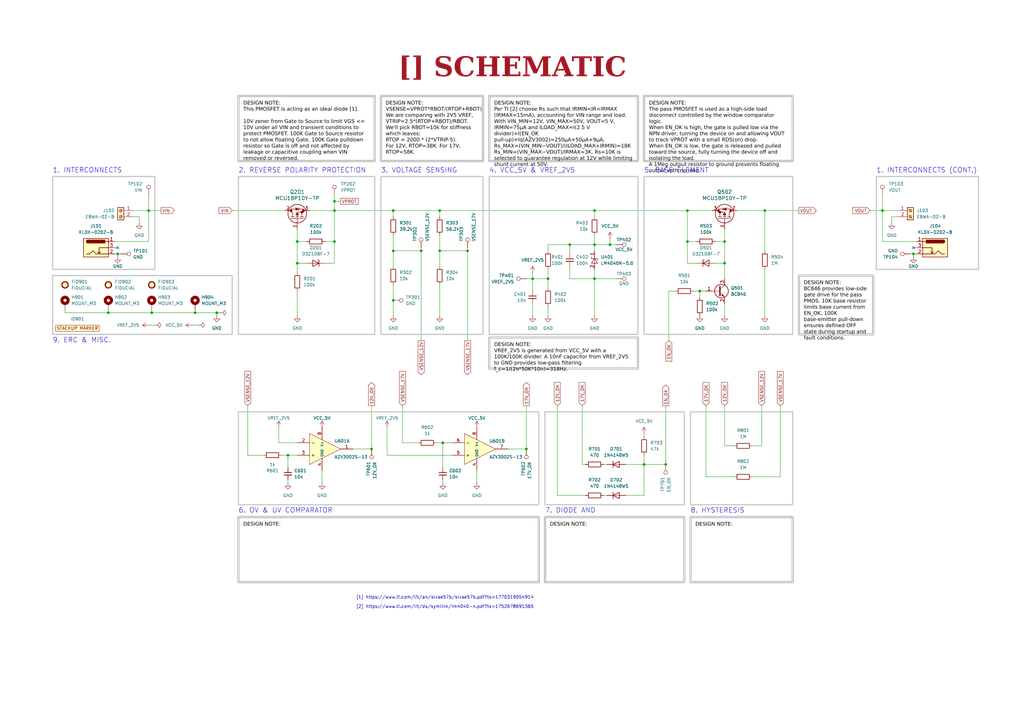
<source format=kicad_sch>
(kicad_sch (version 20250114) (generator "eeschema") (generator_version "9.0")
  (paper "A3")
  (title_block (title "SCHEMATIC") (date "2025-01-12") (rev "${REVISION}") (company "${COMPANY}"))
  (rectangle (start 223.52 168.91) (end 280.67 207.01) (stroke (width 0.5) (color 200 200 200 1)))
  (rectangle (start 97.79 72.39) (end 153.67 137.16) (stroke (width 0.5) (color 200 200 200 1)))
  (rectangle (start 283.21 168.91) (end 325.12 207.01) (stroke (width 0.5) (color 200 200 200 1)))
  (rectangle (start 264.16 72.39) (end 325.12 137.16) (stroke (width 0.5) (color 200 200 200 1)))
  (rectangle (start 359.41 72.39) (end 401.32 110.49) (stroke (width 0.5) (color 200 200 200 1)))
  (rectangle (start 200.66 72.39) (end 261.62 137.16) (stroke (width 0.5) (color 200 200 200 1)))
  (rectangle (start 21.59 72.39) (end 63.5 110.49) (stroke (width 0.5) (color 200 200 200 1)))
  (rectangle (start 21.59 113.03) (end 95.25 137.16) (stroke (width 0.5) (color 200 200 200 1)))
  (rectangle (start 156.21 72.39) (end 198.12 137.16) (stroke (width 0.5) (color 200 200 200 1)))
  (rectangle (start 97.79 168.91) (end 220.98 207.01) (stroke (width 0.5) (color 200 200 200 1)))
  (text "[2] https://www.ti.com/lit/ds/symlink/lm4040-n.pdf?ts=1752678691365" (at 146.05 248.92 0) (effects (font (size 1.27 1.27)) (justify left)))
  (text "1. INTERCONNECTS (CONT.)" (at 359.41 71.12 0) (effects (font (size 2 2)) (justify left bottom)))
  (text "[1] https://www.ti.com/lit/an/slvae57b/slvae57b.pdf?ts=1770319054914" (at 146.05 245.11 0) (effects (font (size 1.27 1.27)) (justify left)))
  (text "6. OV & UV COMPARATOR" (at 97.79 208.28 0) (effects (font (size 2 2)) (justify left top)))
  (text "9. ERC & MISC." (at 21.59 138.43 0) (effects (font (size 2 2)) (justify left top)))
  (text "3. VOLTAGE SENSING" (at 156.21 71.12 0) (effects (font (size 2 2)) (justify left bottom)))
  (text "1. INTERCONNECTS" (at 21.59 71.12 0) (effects (font (size 2 2)) (justify left bottom)))
  (text "7. DIODE AND" (at 223.52 208.28 0) (effects (font (size 2 2)) (justify left top)))
  (text "4. VCC_5V & VREF_2V5" (at 200.66 71.12 0) (effects (font (size 2 2)) (justify left bottom)))
  (text "8. HYSTERESIS" (at 283.21 208.28 0) (effects (font (size 2 2)) (justify left top)))
  (text "5. PASS ELEMENT" (at 264.16 71.12 0) (effects (font (size 2 2)) (justify left bottom)))
  (text "" (at 200.66 71.12 0) (effects (font (size 2 2)) (justify left bottom)))
  (text "2. REVERSE POLARITY PROTECTION" (at 97.79 71.12 0) (effects (font (size 2 2)) (justify left bottom)))
  (text_box "DESIGN NOTE:\n" (at 283.21 212.09 0) (size 41.91 26.67) (margins 2 2 2 2) (stroke (width 1) (color 200 200 200 1)) (effects (font (size 1.5 1.5)) (justify left top)))
  (text_box "DESIGN NOTE:\nVSENSE=VPROT*RBOT/(RTOP+RBOT)\nWe are comparing with 2V5 VREF, VTRIP=2.5*(RTOP+RBOT)/RBOT.\nWe'll pick RBOT=10k for stiffness which leaves:\nRTOP = 2000 * (2*VTRIP-5).\nFor 12V, RTOP=38K. For 17V, RTOP=58K." (at 156.21 39.37 0) (size 41.91 26.67) (margins 2 2 2 2) (stroke (width 1) (color 200 200 200 1)) (effects (font (size 1.5 1.5)) (justify left top)))
  (text_box "DESIGN NOTE:\nBC846 provides low-side gate drive for the pass PMOS. 10K base resistor limits base current from EN_OK, 100K base-emitter pull-down ensures defined OFF state during startup and fault conditions." (at 327.66 113.03 0) (size 30.48 24.13) (margins 2 2 2 2) (stroke (width 1) (color 200 200 200 1)) (effects (font (size 1.5 1.5)) (justify left top)))
  (text_box "DESIGN NOTE:\n" (at 97.79 212.09 0) (size 123.19 26.67) (margins 2 2 2 2) (stroke (width 1) (color 200 200 200 1)) (effects (font (size 1.5 1.5)) (justify left top)))
  (text_box "DESIGN NOTE:\nThis PMOSFET is acting as an ideal diode [1].\n\n10V zener from Gate to Source to limit VGS <= 10V under all VIN and transient conditions to protect PMOSFET. 100K Gate to Source resistor to not allow floating Gate. 100K Gate pulldown resistor so Gate is off and not affected by leakage or capacitive coupling when VIN removed or reversed." (at 97.79 39.37 0) (size 55.88 26.67) (margins 2 2 2 2) (stroke (width 1) (color 200 200 200 1)) (effects (font (size 1.5 1.5)) (justify left top)))
  (text_box "DESIGN NOTE:\nVREF_2V5 is generated from VCC_5V with a 100K/100K divider. A 10nF capacitor from VREF_2V5 to GND provides low-pass filtering f_c=1/(2π*50K*10n)=318Hz." (at 200.66 138.43 0) (size 60.96 12.7) (margins 2 2 2 2) (stroke (width 1) (color 200 200 200 1)) (effects (font (size 1.5 1.5)) (justify left top)))
  (text_box "DESIGN NOTE:\nThe pass PMOSFET is used as a high-side load disconnect controlled by the window comparator logic. \nWhen EN_OK is high, the gate is pulled low via the NPN driver, turning the device on and allowing VOUT to track VPROT with a small RDS(on) drop. \nWhen EN_OK is low, the gate is released and pulled toward the source, fully turning the device off and isolating the load.\nA 1Meg output resistor to ground prevents floating output with no load." (at 264.16 39.37 0) (size 60.96 26.67) (margins 2 2 2 2) (stroke (width 1) (color 200 200 200 1)) (effects (font (size 1.5 1.5)) (justify left top)))
  (text_box "DESIGN NOTE:\n" (at 223.52 212.09 0) (size 57.15 26.67) (margins 2 2 2 2) (stroke (width 1) (color 200 200 200 1)) (effects (font (size 1.5 1.5)) (justify left top)))
  (text_box "DESIGN NOTE:\nPer TI [2] choose Rs such that IRMIN<IR<IRMAX (IRMAX=15mA), accounting for VIN range and load.\nWith VIN_MIN=12V, VIN_MAX=50V, VOUT=5 V, IRMIN=75µA and ILOAD_MAX≈I(2.5 V divider)+I(EN_OK pull-up)+Iq(AZV3002)≈250µA+50µA+9µA,\nRs_MAX=(VIN_MIN−VOUT)/(ILOAD_MAX+IRMIN)≈18K\nRs_MIN=(VIN_MAX−VOUT)/IRMAX≈3K. Rs=10K is selected to guarantee regulation at 12V while limiting shunt current at 50V." (at 200.66 39.37 0) (size 60.96 26.67) (margins 2 2 2 2) (stroke (width 1) (color 200 200 200 1)) (effects (font (size 1.5 1.5)) (justify left top)))
  (text_box "[${#}] ${TITLE}" (at 144.78 21.59 0) (size 130.81 12.7) (margins 5.9999 5.9999 5.9999 5.9999) (stroke (width -0.0001)) (effects (font (size 8 8) (thickness 1.2) (bold yes))))
  (junction (at 118.11 186.69))
  (junction (at 161.29 123.19))
  (junction (at 181.61 181.61))
  (junction (at 137.16 86.36))
  (junction (at 215.9 184.15))
  (junction (at 191.77 102.87))
  (junction (at 297.18 107.95))
  (junction (at 313.69 86.36))
  (junction (at 233.68 100.33))
  (junction (at 161.29 86.36))
  (junction (at 180.34 86.36))
  (junction (at 180.34 102.87))
  (junction (at 48.26 104.14))
  (junction (at 62.23 128.27))
  (junction (at 137.16 99.06))
  (junction (at 264.16 190.5))
  (junction (at 88.9 128.27))
  (junction (at 374.65 104.14))
  (junction (at 172.72 102.87))
  (junction (at 243.84 100.33))
  (junction (at 250.19 100.33))
  (junction (at 287.02 119.38))
  (junction (at 273.05 190.5))
  (junction (at 281.94 86.36))
  (junction (at 44.45 128.27))
  (junction (at 121.92 107.95))
  (junction (at 243.84 114.3))
  (junction (at 218.44 114.3))
  (junction (at 60.96 86.36))
  (junction (at 137.16 82.55))
  (junction (at 161.29 102.87))
  (junction (at 121.92 99.06))
  (junction (at 152.4 184.15))
  (junction (at 243.84 86.36))
  (junction (at 224.79 114.3))
  (junction (at 281.94 99.06))
  (junction (at 297.18 99.06))
  (junction (at 80.01 128.27))
  (junction (at 361.95 86.36))
  (no_connect (at 374.65 101.6))
  (no_connect (at 48.26 101.6))
  (wire (pts (xy 88.9 128.27) (xy 90.17 128.27)))
  (wire (pts (xy 273.05 166.37) (xy 273.05 190.5)))
  (wire (pts (xy 95.25 86.36) (xy 116.84 86.36)))
  (wire (pts (xy 243.84 100.33) (xy 233.68 100.33)))
  (wire (pts (xy 152.4 166.37) (xy 152.4 184.15)))
  (wire (pts (xy 208.28 184.15) (xy 215.9 184.15)))
  (wire (pts (xy 218.44 114.3) (xy 224.79 114.3)))
  (wire (pts (xy 375.92 99.06) (xy 361.95 99.06)))
  (wire (pts (xy 161.29 102.87) (xy 161.29 109.22)))
  (wire (pts (xy 243.84 100.33) (xy 250.19 100.33)))
  (wire (pts (xy 297.18 166.37) (xy 297.18 182.88)))
  (wire (pts (xy 62.23 128.27) (xy 80.01 128.27)))
  (wire (pts (xy 243.84 96.52) (xy 243.84 100.33)))
  (wire (pts (xy 195.58 198.12) (xy 195.58 193.04)))
  (wire (pts (xy 181.61 181.61) (xy 185.42 181.61)))
  (wire (pts (xy 179.07 181.61) (xy 181.61 181.61)))
  (wire (pts (xy 274.32 119.38) (xy 276.86 119.38)))
  (wire (pts (xy 233.68 109.22) (xy 233.68 114.3)))
  (wire (pts (xy 302.26 86.36) (xy 313.69 86.36)))
  (wire (pts (xy 375.92 104.14) (xy 374.65 104.14)))
  (wire (pts (xy 313.69 86.36) (xy 313.69 102.87)))
  (wire (pts (xy 48.26 104.14) (xy 48.26 105.41)))
  (wire (pts (xy 101.6 166.37) (xy 101.6 186.69)))
  (wire (pts (xy 224.79 100.33) (xy 224.79 102.87)))
  (wire (pts (xy 365.76 88.9) (xy 365.76 91.44)))
  (wire (pts (xy 165.1 166.37) (xy 165.1 181.61)))
  (wire (pts (xy 247.65 203.2) (xy 248.92 203.2)))
  (wire (pts (xy 238.76 190.5) (xy 238.76 166.37)))
  (wire (pts (xy 54.61 86.36) (xy 60.96 86.36)))
  (wire (pts (xy 224.79 125.73) (xy 224.79 129.54)))
  (wire (pts (xy 88.9 128.27) (xy 88.9 129.54)))
  (wire (pts (xy 172.72 102.87) (xy 172.72 139.7)))
  (wire (pts (xy 284.48 119.38) (xy 287.02 119.38)))
  (wire (pts (xy 297.18 99.06) (xy 293.37 99.06)))
  (wire (pts (xy 48.26 104.14) (xy 49.53 104.14)))
  (wire (pts (xy 368.3 86.36) (xy 361.95 86.36)))
  (wire (pts (xy 114.3 181.61) (xy 121.92 181.61)))
  (wire (pts (xy 243.84 114.3) (xy 252.73 114.3)))
  (wire (pts (xy 26.67 128.27) (xy 44.45 128.27)))
  (wire (pts (xy 57.15 88.9) (xy 57.15 91.44)))
  (wire (pts (xy 161.29 86.36) (xy 161.29 88.9)))
  (wire (pts (xy 233.68 114.3) (xy 243.84 114.3)))
  (wire (pts (xy 224.79 114.3) (xy 224.79 118.11)))
  (wire (pts (xy 368.3 88.9) (xy 365.76 88.9)))
  (wire (pts (xy 281.94 107.95) (xy 281.94 99.06)))
  (wire (pts (xy 297.18 107.95) (xy 297.18 114.3)))
  (wire (pts (xy 191.77 102.87) (xy 191.77 139.7)))
  (wire (pts (xy 44.45 128.27) (xy 62.23 128.27)))
  (wire (pts (xy 297.18 124.46) (xy 297.18 129.54)))
  (wire (pts (xy 121.92 107.95) (xy 125.73 107.95)))
  (wire (pts (xy 78.74 133.35) (xy 81.28 133.35)))
  (wire (pts (xy 243.84 114.3) (xy 243.84 129.54)))
  (wire (pts (xy 46.99 104.14) (xy 48.26 104.14)))
  (wire (pts (xy 281.94 99.06) (xy 281.94 86.36)))
  (wire (pts (xy 118.11 186.69) (xy 121.92 186.69)))
  (wire (pts (xy 132.08 198.12) (xy 132.08 193.04)))
  (wire (pts (xy 313.69 110.49) (xy 313.69 129.54)))
  (wire (pts (xy 114.3 181.61) (xy 114.3 175.26)))
  (wire (pts (xy 285.75 107.95) (xy 281.94 107.95)))
  (wire (pts (xy 250.19 97.79) (xy 250.19 100.33)))
  (wire (pts (xy 60.96 133.35) (xy 63.5 133.35)))
  (wire (pts (xy 60.96 86.36) (xy 60.96 99.06)))
  (wire (pts (xy 256.54 190.5) (xy 264.16 190.5)))
  (wire (pts (xy 285.75 99.06) (xy 281.94 99.06)))
  (wire (pts (xy 297.18 93.98) (xy 297.18 99.06)))
  (wire (pts (xy 180.34 86.36) (xy 180.34 88.9)))
  (wire (pts (xy 361.95 80.01) (xy 361.95 86.36)))
  (wire (pts (xy 264.16 186.69) (xy 264.16 190.5)))
  (wire (pts (xy 218.44 114.3) (xy 215.9 114.3)))
  (wire (pts (xy 243.84 100.33) (xy 243.84 102.87)))
  (wire (pts (xy 243.84 86.36) (xy 243.84 88.9)))
  (wire (pts (xy 180.34 96.52) (xy 180.34 102.87)))
  (wire (pts (xy 137.16 99.06) (xy 137.16 86.36)))
  (wire (pts (xy 121.92 99.06) (xy 125.73 99.06)))
  (wire (pts (xy 137.16 107.95) (xy 137.16 99.06)))
  (wire (pts (xy 161.29 102.87) (xy 172.72 102.87)))
  (wire (pts (xy 228.6 203.2) (xy 240.03 203.2)))
  (wire (pts (xy 297.18 107.95) (xy 293.37 107.95)))
  (wire (pts (xy 161.29 86.36) (xy 180.34 86.36)))
  (wire (pts (xy 80.01 128.27) (xy 80.01 127)))
  (wire (pts (xy 320.04 166.37) (xy 320.04 195.58)))
  (wire (pts (xy 218.44 114.3) (xy 218.44 119.38)))
  (wire (pts (xy 60.96 80.01) (xy 60.96 86.36)))
  (wire (pts (xy 137.16 82.55) (xy 139.7 82.55)))
  (wire (pts (xy 224.79 100.33) (xy 233.68 100.33)))
  (wire (pts (xy 289.56 166.37) (xy 289.56 195.58)))
  (wire (pts (xy 60.96 86.36) (xy 66.04 86.36)))
  (wire (pts (xy 215.9 166.37) (xy 215.9 184.15)))
  (wire (pts (xy 80.01 128.27) (xy 88.9 128.27)))
  (wire (pts (xy 240.03 190.5) (xy 238.76 190.5)))
  (wire (pts (xy 181.61 198.12) (xy 181.61 196.85)))
  (wire (pts (xy 101.6 186.69) (xy 107.95 186.69)))
  (wire (pts (xy 161.29 96.52) (xy 161.29 102.87)))
  (wire (pts (xy 118.11 186.69) (xy 118.11 191.77)))
  (wire (pts (xy 121.92 119.38) (xy 121.92 129.54)))
  (wire (pts (xy 121.92 107.95) (xy 121.92 111.76)))
  (wire (pts (xy 180.34 102.87) (xy 180.34 109.22)))
  (wire (pts (xy 115.57 186.69) (xy 118.11 186.69)))
  (wire (pts (xy 224.79 110.49) (xy 224.79 114.3)))
  (wire (pts (xy 191.77 101.6) (xy 191.77 102.87)))
  (wire (pts (xy 375.92 101.6) (xy 374.65 101.6)))
  (wire (pts (xy 256.54 203.2) (xy 264.16 203.2)))
  (wire (pts (xy 273.05 190.5) (xy 264.16 190.5)))
  (wire (pts (xy 180.34 102.87) (xy 191.77 102.87)))
  (wire (pts (xy 297.18 99.06) (xy 297.18 107.95)))
  (wire (pts (xy 180.34 116.84) (xy 180.34 129.54)))
  (wire (pts (xy 373.38 104.14) (xy 374.65 104.14)))
  (wire (pts (xy 62.23 128.27) (xy 62.23 127)))
  (wire (pts (xy 137.16 86.36) (xy 127 86.36)))
  (wire (pts (xy 46.99 101.6) (xy 48.26 101.6)))
  (wire (pts (xy 274.32 119.38) (xy 274.32 139.7)))
  (wire (pts (xy 161.29 116.84) (xy 161.29 123.19)))
  (wire (pts (xy 233.68 100.33) (xy 233.68 104.14)))
  (wire (pts (xy 46.99 99.06) (xy 60.96 99.06)))
  (wire (pts (xy 361.95 86.36) (xy 356.87 86.36)))
  (wire (pts (xy 180.34 86.36) (xy 243.84 86.36)))
  (wire (pts (xy 218.44 111.76) (xy 218.44 114.3)))
  (wire (pts (xy 248.92 190.5) (xy 247.65 190.5)))
  (wire (pts (xy 361.95 99.06) (xy 361.95 86.36)))
  (wire (pts (xy 243.84 110.49) (xy 243.84 114.3)))
  (wire (pts (xy 158.75 175.26) (xy 158.75 186.69)))
  (wire (pts (xy 133.35 107.95) (xy 137.16 107.95)))
  (wire (pts (xy 161.29 123.19) (xy 161.29 129.54)))
  (wire (pts (xy 281.94 86.36) (xy 292.1 86.36)))
  (wire (pts (xy 289.56 195.58) (xy 300.99 195.58)))
  (wire (pts (xy 287.02 119.38) (xy 287.02 121.92)))
  (wire (pts (xy 54.61 88.9) (xy 57.15 88.9)))
  (wire (pts (xy 118.11 198.12) (xy 118.11 196.85)))
  (wire (pts (xy 312.42 166.37) (xy 312.42 182.88)))
  (wire (pts (xy 264.16 177.8) (xy 264.16 179.07)))
  (wire (pts (xy 133.35 99.06) (xy 137.16 99.06)))
  (wire (pts (xy 121.92 93.98) (xy 121.92 99.06)))
  (wire (pts (xy 374.65 104.14) (xy 374.65 105.41)))
  (wire (pts (xy 158.75 186.69) (xy 185.42 186.69)))
  (wire (pts (xy 297.18 182.88) (xy 300.99 182.88)))
  (wire (pts (xy 144.78 184.15) (xy 152.4 184.15)))
  (wire (pts (xy 26.67 128.27) (xy 26.67 127)))
  (wire (pts (xy 137.16 86.36) (xy 161.29 86.36)))
  (wire (pts (xy 218.44 124.46) (xy 218.44 129.54)))
  (wire (pts (xy 313.69 86.36) (xy 327.66 86.36)))
  (wire (pts (xy 172.72 102.87) (xy 172.72 101.6)))
  (wire (pts (xy 121.92 99.06) (xy 121.92 107.95)))
  (wire (pts (xy 181.61 181.61) (xy 181.61 191.77)))
  (wire (pts (xy 250.19 100.33) (xy 252.73 100.33)))
  (wire (pts (xy 312.42 182.88) (xy 308.61 182.88)))
  (wire (pts (xy 137.16 82.55) (xy 137.16 86.36)))
  (wire (pts (xy 137.16 80.01) (xy 137.16 82.55)))
  (wire (pts (xy 44.45 128.27) (xy 44.45 127)))
  (wire (pts (xy 165.1 181.61) (xy 171.45 181.61)))
  (wire (pts (xy 320.04 195.58) (xy 308.61 195.58)))
  (wire (pts (xy 264.16 190.5) (xy 264.16 203.2)))
  (wire (pts (xy 287.02 119.38) (xy 289.56 119.38)))
  (wire (pts (xy 243.84 86.36) (xy 281.94 86.36)))
  (wire (pts (xy 228.6 166.37) (xy 228.6 203.2)))
  (global_label "12V_OK" (shape input) (at 228.6 166.37 90) (property "Intersheetrefs" "${INTERSHEET_REFS}" (effects (hide yes))))
  (global_label "12V_OK" (shape input) (at 297.18 166.37 90) (property "Intersheetrefs" "${INTERSHEET_REFS}" (effects (hide yes))))
  (global_label "VSENSE_17V" (shape input) (at 165.1 166.37 90) (property "Intersheetrefs" "${INTERSHEET_REFS}" (effects (hide yes))))
  (global_label "VSENSE_17V" (shape input) (at 320.04 166.37 90) (property "Intersheetrefs" "${INTERSHEET_REFS}" (effects (hide yes))))
  (global_label "VPROT" (shape passive) (at 139.7 82.55 0) (property "Intersheetrefs" "${INTERSHEET_REFS}" (effects (hide yes))))
  (global_label "EN_OK" (shape input) (at 274.32 139.7 270) (property "Intersheetrefs" "${INTERSHEET_REFS}" (effects (hide yes))))
  (global_label "EN_OK" (shape output) (at 273.05 166.37 90) (property "Intersheetrefs" "${INTERSHEET_REFS}" (effects (hide yes))))
  (global_label "VIN" (shape input) (at 95.25 86.36 180) (property "Intersheetrefs" "${INTERSHEET_REFS}" (effects (hide yes))))
  (global_label "17V_OK" (shape output) (at 215.9 166.37 90) (property "Intersheetrefs" "${INTERSHEET_REFS}" (effects (hide yes))))
  (global_label "17V_OK" (shape input) (at 238.76 166.37 90) (property "Intersheetrefs" "${INTERSHEET_REFS}" (effects (hide yes))))
  (global_label "VSENSE_12V" (shape output) (at 172.72 139.7 270) (property "Intersheetrefs" "${INTERSHEET_REFS}" (effects (hide yes))))
  (global_label "VSENSE_12V" (shape input) (at 312.42 166.37 90) (property "Intersheetrefs" "${INTERSHEET_REFS}" (effects (hide yes))))
  (global_label "VSENSE_12V" (shape input) (at 101.6 166.37 90) (property "Intersheetrefs" "${INTERSHEET_REFS}" (effects (hide yes))))
  (global_label "VIN" (shape output) (at 66.04 86.36 0) (property "Intersheetrefs" "${INTERSHEET_REFS}" (effects (hide yes))))
  (global_label "VOUT" (shape input) (at 356.87 86.36 180) (property "Intersheetrefs" "${INTERSHEET_REFS}" (effects (hide yes))))
  (global_label "VOUT" (shape output) (at 327.66 86.36 0) (property "Intersheetrefs" "${INTERSHEET_REFS}" (effects (hide yes))))
  (global_label "VSENSE_17V" (shape output) (at 191.77 139.7 270) (property "Intersheetrefs" "${INTERSHEET_REFS}" (effects (hide yes))))
  (global_label "12V_OK" (shape output) (at 152.4 166.37 90) (property "Intersheetrefs" "${INTERSHEET_REFS}" (effects (hide yes))))
  (global_label "17V_OK" (shape input) (at 289.56 166.37 90) (property "Intersheetrefs" "${INTERSHEET_REFS}" (effects (hide yes))))
  (symbol (lib_id "Device:R") (at 224.79 106.68 180) (unit 1)
    (property "Reference" "R401" (at 226.06 105.41 0) (effects (justify right)))
    (property "Value" "100k" (at 226.06 107.95 0) (effects (justify right)))
    (property "Footprint" "Resistor_SMD:R_1206_3216Metric_Pad1.30x1.75mm_HandSolder" (effects (hide yes)))
    (property "Description" "Resistor" (effects (hide yes)))
  )
  (symbol (lib_id "Ryan-Dynamics:BOARD_STACKUP_MARKER") (at 31.75 134.62 0) (unit 1) (in_bom no)
    (property "Reference" "ID901" (at 31.75 130.81 0))
    (property "Value" "BOARD_STACKUP_MARKER" (effects (hide yes)))
    (property "Footprint" "RD-Symbols-Silkscreen:STACKUP_ID_2L_SML" (effects (hide yes)))
    (property "Description" "PCB stackup layer identification marker (non-electrical)" (effects (hide yes)))
  )
  (symbol (lib_id "power:GND") (at 121.92 129.54 0) (unit 1)
    (property "Reference" "#PWR03007" (effects (hide yes)))
    (property "Value" "GND" (at 121.92 134.62 0))
    (property "Description" "Power symbol creates a global label with name \"GND\" , ground" (effects (hide yes)))
  )
  (symbol (lib_id "power:+2V5") (at 218.44 111.76 0) (unit 1)
    (property "Reference" "#PWR03014" (effects (hide yes)))
    (property "Value" "VREF_2V5" (at 218.44 106.68 0))
    (property "Description" "Power symbol creates a global label with name \"+2V5\"" (effects (hide yes)))
  )
  (symbol (lib_id "Mechanical:MountingHole_Pad") (at 44.45 124.46 0) (unit 1) (in_bom no)
    (property "Reference" "H902" (at 46.99 121.9199 0) (effects (justify left)))
    (property "Value" "MOUNT_M3" (at 46.99 124.4599 0) (effects (justify left)))
    (property "Footprint" "MountingHole:MountingHole_3.2mm_M3_ISO7380_Pad" (effects (hide yes)))
    (property "Description" "Mounting Hole with connection" (effects (hide yes)))
  )
  (symbol (lib_id "Reference_Voltage:LM4040DBZ-5") (at 243.84 106.68 90) (unit 1)
    (property "Reference" "U401" (at 246.38 105.41 90) (effects (justify right)))
    (property "Value" "LM4040N-5.0" (at 246.38 107.95 90) (effects (justify right)))
    (property "Footprint" "Package_TO_SOT_SMD:SOT-23" (effects (hide yes)))
    (property "Datasheet" "http://www.ti.com/lit/ds/symlink/lm4040-n.pdf" (effects (hide yes)))
    (property "Description" "5.000V Precision Micropower Shunt Voltage Reference, SOT-23" (effects (hide yes)))
    (property "Manufacturer" "Texas Instruments" (effects (hide yes)))
    (property "MPN" "LM4040CIM3-5.0/NOPB" (effects (hide yes)))
  )
  (symbol (lib_id "Device:C_Small") (at 181.61 194.31 0) (unit 1)
    (property "Reference" "C602" (at 184.15 193.0462 0) (effects (justify left)))
    (property "Value" "10n" (at 184.15 195.5862 0) (effects (justify left)))
    (property "Footprint" "Capacitor_SMD:C_0603_1608Metric_Pad1.08x0.95mm_HandSolder" (effects (hide yes)))
    (property "Datasheet" "https://mm.digikey.com/Volume0/opasdata/d220001/medias/docus/931/C_Series_GeneralAppl_B11.pdf" (effects (hide yes)))
    (property "Description" "CAP CER 0.01UF 50V X7R 0603" (effects (hide yes)))
    (property "Manufacturer" "TPK" (effects (hide yes)))
    (property "MPN" "C1608X7R1H103KT" (effects (hide yes)))
    (property "Dielectric" "X7R" (effects (hide yes)))
    (property "Voltage_Rating" "50V" (effects (hide yes)))
    (property "Tolerance" "10%" (effects (hide yes)))
  )
  (symbol (lib_id "power:VCC") (at 264.16 177.8 0) (unit 1)
    (property "Reference" "#PWR0901" (effects (hide yes)))
    (property "Value" "VCC_5V" (at 264.16 172.72 0))
    (property "Description" "Power symbol creates a global label with name \"VCC\"" (effects (hide yes)))
  )
  (symbol (lib_id "power:GND") (at 374.65 105.41 0) (mirror y) (unit 1)
    (property "Reference" "#PWR03025" (effects (hide yes)))
    (property "Value" "GND" (at 374.65 109.22 0))
    (property "Description" "Power symbol creates a global label with name \"GND\" , ground" (effects (hide yes)))
  )
  (symbol (lib_id "power:GND") (at 243.84 129.54 0) (unit 1)
    (property "Reference" "#PWR03018" (effects (hide yes)))
    (property "Value" "GND" (at 243.84 134.62 0))
    (property "Description" "Power symbol creates a global label with name \"GND\" , ground" (effects (hide yes)))
  )
  (symbol (lib_id "Mechanical:MountingHole_Pad") (at 62.23 124.46 0) (unit 1) (in_bom no)
    (property "Reference" "H903" (at 64.77 121.9199 0) (effects (justify left)))
    (property "Value" "MOUNT_M3" (at 64.77 124.4599 0) (effects (justify left)))
    (property "Footprint" "MountingHole:MountingHole_3.2mm_M3_ISO7380_Pad" (effects (hide yes)))
    (property "Description" "Mounting Hole with connection" (effects (hide yes)))
  )
  (symbol (lib_id "Device:R") (at 111.76 186.69 270) (mirror x) (unit 1)
    (property "Reference" "R601" (at 111.76 193.04 90))
    (property "Value" "1k" (at 111.76 190.5 90))
    (property "Footprint" "Resistor_SMD:R_1206_3216Metric_Pad1.30x1.75mm_HandSolder" (effects (hide yes)))
    (property "Description" "Resistor" (effects (hide yes)))
  )
  (symbol (lib_id "power:VCC") (at 195.58 175.26 0) (unit 1)
    (property "Reference" "#PWR0105" (effects (hide yes)))
    (property "Value" "VCC_5V" (at 195.58 171.45 0))
    (property "Description" "Power symbol creates a global label with name \"VCC\"" (effects (hide yes)))
  )
  (symbol (lib_id "power:GND") (at 297.18 129.54 0) (unit 1)
    (property "Reference" "#PWR03022" (effects (hide yes)))
    (property "Value" "GND" (at 297.18 134.62 0))
    (property "Description" "Power symbol creates a global label with name \"GND\" , ground" (effects (hide yes)))
  )
  (symbol (lib_id "Connector:TestPoint") (at 152.4 184.15 180) (unit 1) (in_bom no)
    (property "Reference" "TP601" (at 151.13 189.23 90) (effects (justify left)))
    (property "Value" "12V_OK" (at 153.67 189.23 90) (effects (justify left)))
    (property "Footprint" "TestPoint:TestPoint_Pad_D1.5mm" (effects (hide yes)))
    (property "Description" "test point" (effects (hide yes)))
  )
  (symbol (lib_id "Connector:Screw_Terminal_01x02") (at 373.38 86.36 0) (unit 1)
    (property "Reference" "J103" (at 375.92 86.3599 0) (effects (justify left)))
    (property "Value" "EBWA-02-B" (at 375.92 88.8999 0) (effects (justify left)))
    (property "Footprint" "TerminalBlock_Phoenix:TerminalBlock_Phoenix_MKDS-1-2-3.81_1x02_P3.81mm_Horizontal" (effects (hide yes)))
    (property "Datasheet" "https://app.adam-tech.com/products/download/data_sheet/204240/ebwa-xx-b-data-sheet.pdf" (effects (hide yes)))
    (property "Description" "EURO BLOCK 2P" (effects (hide yes)))
  )
  (symbol (lib_id "Connector:TestPoint") (at 273.05 190.5 180) (unit 1) (in_bom no)
    (property "Reference" "TP701" (at 271.78 195.58 90) (effects (justify left)))
    (property "Value" "EN_OK" (at 274.32 195.58 90) (effects (justify left)))
    (property "Footprint" "TestPoint:TestPoint_Pad_D1.5mm" (effects (hide yes)))
    (property "Description" "test point" (effects (hide yes)))
  )
  (symbol (lib_id "power:+2V5") (at 114.3 175.26 0) (unit 1)
    (property "Reference" "#PWR03006" (effects (hide yes)))
    (property "Value" "VREF_2V5" (at 114.3 171.45 0))
    (property "Description" "Power symbol creates a global label with name \"+2V5\"" (effects (hide yes)))
  )
  (symbol (lib_id "Connector:TestPoint") (at 60.96 80.01 0) (mirror y) (unit 1) (in_bom no)
    (property "Reference" "TP102" (at 58.42 75.4379 0) (effects (justify left)))
    (property "Value" "VIN" (at 58.42 77.9779 0) (effects (justify left)))
    (property "Footprint" "TestPoint:TestPoint_Pad_D1.5mm" (effects (hide yes)))
    (property "Description" "test point" (effects (hide yes)))
  )
  (symbol (lib_id "power:GND") (at 287.02 129.54 0) (unit 1)
    (property "Reference" "#PWR03021" (effects (hide yes)))
    (property "Value" "GND" (at 287.02 134.62 0))
    (property "Description" "Power symbol creates a global label with name \"GND\" , ground" (effects (hide yes)))
  )
  (symbol (lib_id "Device:R") (at 304.8 195.58 270) (unit 1)
    (property "Reference" "R802" (at 304.8 189.23 90))
    (property "Value" "1M" (at 304.8 191.77 90))
    (property "Footprint" "Resistor_SMD:R_1206_3216Metric_Pad1.30x1.75mm_HandSolder" (effects (hide yes)))
    (property "Description" "Resistor" (effects (hide yes)))
  )
  (symbol (lib_id "power:VCC") (at 250.19 97.79 0) (unit 1)
    (property "Reference" "#PWR03019" (effects (hide yes)))
    (property "Value" "VCC_5V" (at 250.19 92.71 0))
    (property "Description" "Power symbol creates a global label with name \"VCC\"" (effects (hide yes)))
  )
  (symbol (lib_id "Connector:TestPoint") (at 191.77 101.6 0) (unit 1) (in_bom no)
    (property "Reference" "TP303" (at 189.23 99.06 90) (effects (justify left)))
    (property "Value" "VSENSE_17V" (at 194.31 99.06 90) (effects (justify left)))
    (property "Footprint" "TestPoint:TestPoint_Pad_D1.5mm" (effects (hide yes)))
    (property "Description" "test point" (effects (hide yes)))
  )
  (symbol (lib_id "Device:R") (at 264.16 182.88 180) (unit 1)
    (property "Reference" "R703" (at 266.7 181.6099 0) (effects (justify right)))
    (property "Value" "47k" (at 266.7 184.1499 0) (effects (justify right)))
    (property "Footprint" "Resistor_SMD:R_1206_3216Metric_Pad1.30x1.75mm_HandSolder" (effects (hide yes)))
    (property "Description" "Resistor" (effects (hide yes)))
  )
  (symbol (lib_id "Connector:Barrel_Jack_Switch") (at 383.54 101.6 0) (mirror y) (unit 1)
    (property "Reference" "J104" (at 383.54 92.71 0))
    (property "Value" "KLDX-0202-B" (at 383.54 95.25 0))
    (property "Footprint" "Connector_BarrelJack:BarrelJack_Kycon_KLDX-0202-xC_Horizontal" (effects (hide yes)))
    (property "Datasheet" "https://www.kycon.com/Catalog_PDF/KLDX_0202.pdf" (effects (hide yes)))
    (property "Description" "CONN PWR JACK 2.5X5.5MM SOLDER" (effects (hide yes)))
  )
  (symbol (lib_id "Connector:TestPoint") (at 373.38 104.14 90) (unit 1) (in_bom no)
    (property "Reference" "TP104" (at 368.3 105.4101 90) (effects (justify left)))
    (property "Value" "GND" (at 368.3 102.8701 90) (effects (justify left)))
    (property "Footprint" "TestPoint:TestPoint_Pad_D1.5mm" (effects (hide yes)))
    (property "Description" "test point" (effects (hide yes)))
  )
  (symbol (lib_id "power:GND") (at 48.26 105.41 0) (unit 1)
    (property "Reference" "#PWR03001" (effects (hide yes)))
    (property "Value" "GND" (at 48.26 109.22 0))
    (property "Description" "Power symbol creates a global label with name \"GND\" , ground" (effects (hide yes)))
  )
  (symbol (lib_id "Mechanical:MountingHole_Pad") (at 80.01 124.46 0) (unit 1) (in_bom no)
    (property "Reference" "H904" (at 82.55 121.9199 0) (effects (justify left)))
    (property "Value" "MOUNT_M3" (at 82.55 124.4599 0) (effects (justify left)))
    (property "Footprint" "MountingHole:MountingHole_3.2mm_M3_ISO7380_Pad" (effects (hide yes)))
    (property "Description" "Mounting Hole with connection" (effects (hide yes)))
  )
  (symbol (lib_id "Device:C_Small") (at 118.11 194.31 0) (unit 1)
    (property "Reference" "C601" (at 120.65 193.0462 0) (effects (justify left)))
    (property "Value" "10n" (at 120.65 195.5862 0) (effects (justify left)))
    (property "Footprint" "Capacitor_SMD:C_0603_1608Metric_Pad1.08x0.95mm_HandSolder" (effects (hide yes)))
    (property "Datasheet" "https://mm.digikey.com/Volume0/opasdata/d220001/medias/docus/931/C_Series_GeneralAppl_B11.pdf" (effects (hide yes)))
    (property "Description" "CAP CER 0.01UF 50V X7R 0603" (effects (hide yes)))
    (property "Manufacturer" "TPK" (effects (hide yes)))
    (property "MPN" "C1608X7R1H103KT" (effects (hide yes)))
    (property "Dielectric" "X7R" (effects (hide yes)))
    (property "Voltage_Rating" "50V" (effects (hide yes)))
    (property "Tolerance" "10%" (effects (hide yes)))
  )
  (symbol (lib_id "Mechanical:Fiducial") (at 26.67 116.84 0) (unit 1) (in_bom no)
    (property "Reference" "FID901" (at 29.21 115.5699 0) (effects (justify left)))
    (property "Value" "FIDUCIAL" (at 29.21 118.1099 0) (effects (justify left)))
    (property "Footprint" "Fiducial:Fiducial_Cross_0.5mm_Mask2mm" (effects (hide yes)))
    (property "Description" "Fiducial Marker" (effects (hide yes)))
  )
  (symbol (lib_id "MCU18P10Y-TP:MCU18P10Y-TP") (at 297.18 93.98 270) (mirror x) (unit 1)
    (property "Reference" "Q502" (at 297.18 78.74 90) (effects (font (size 1.524 1.524))))
    (property "Value" "MCU18P10Y-TP" (at 297.18 81.28 90) (effects (font (size 1.524 1.524))))
    (property "Footprint" "MCU18P10Y-TP:DPAK_MCC" (effects (hide yes)))
    (property "Datasheet" "https://www.mccsemi.com/pdf/Products/MCU18P10Y(DPAK).pdf" (effects (hide yes)))
    (property "Description" "MOSFET P-CH 100V 18A DPAK" (effects (hide yes)))
    (property "Manufacturer" "MCC (Micro Commercial Components)" (effects (hide yes)))
    (property "MPN" "MCU18P10Y-TP" (effects (hide yes)))
  )
  (symbol (lib_id "Device:D_Zener") (at 129.54 107.95 0) (mirror y) (unit 1)
    (property "Reference" "D201" (at 129.54 101.6 0))
    (property "Value" "D3Z10BF-7" (at 129.54 104.14 0))
    (property "Footprint" "Diode_SMD:D_SOD-323_HandSoldering" (effects (hide yes)))
    (property "Datasheet" "https://www.diodes.com/assets/Datasheets/D3ZxVxBF.pdf" (effects (hide yes)))
    (property "Description" "DIODE ZENER 10V 400MW SOD323F" (effects (hide yes)))
    (property "Manufacturer" "Diodes Incorporated" (effects (hide yes)))
    (property "MPN" "D3Z10BF-7" (effects (hide yes)))
  )
  (symbol (lib_id "power:GND") (at 57.15 91.44 0) (unit 1)
    (property "Reference" "#PWR03002" (effects (hide yes)))
    (property "Value" "GND" (at 57.15 96.52 0))
    (property "Description" "Power symbol creates a global label with name \"GND\" , ground" (effects (hide yes)))
  )
  (symbol (lib_id "Device:R") (at 280.67 119.38 270) (mirror x) (unit 1)
    (property "Reference" "R501" (at 280.67 113.0158 90))
    (property "Value" "10k" (at 280.67 115.5558 90))
    (property "Footprint" "Resistor_SMD:R_1206_3216Metric_Pad1.30x1.75mm_HandSolder" (effects (hide yes)))
    (property "Description" "Resistor" (effects (hide yes)))
  )
  (symbol (lib_id "Device:R") (at 129.54 99.06 90) (unit 1)
    (property "Reference" "R202" (at 129.54 92.6958 90))
    (property "Value" "100k" (at 129.54 95.2358 90))
    (property "Footprint" "Resistor_SMD:R_1206_3216Metric_Pad1.30x1.75mm_HandSolder" (effects (hide yes)))
    (property "Description" "Resistor" (effects (hide yes)))
  )
  (symbol (lib_id "power:+2V5") (at 60.96 133.35 90) (unit 1)
    (property "Reference" "#PWR03003" (effects (hide yes)))
    (property "Value" "VREF_2V5" (at 57.15 133.3499 90) (effects (justify left)))
    (property "Description" "Power symbol creates a global label with name \"+2V5\"" (effects (hide yes)))
  )
  (symbol (lib_id "Transistor_BJT:BC846") (at 294.64 119.38 0) (unit 1)
    (property "Reference" "Q501" (at 299.72 118.1099 0) (effects (justify left)))
    (property "Value" "BC846" (at 299.72 120.6499 0) (effects (justify left)))
    (property "Footprint" "Package_TO_SOT_SMD:SOT-23" (effects (hide yes)))
    (property "Datasheet" "https://assets.nexperia.com/documents/data-sheet/BC846X-Q_SER.pdf" (effects (hide yes)))
    (property "Description" "TRANS NPN 65V 0.1A TO-236AB" (effects (hide yes)))
    (property "Manufacturer" "Nexperia USA Inc." (effects (hide yes)))
    (property "MPN" "BC846" (effects (hide yes)))
  )
  (symbol (lib_id "AZV3002S-13:AZV3002S-13") (at 190.5 184.15 0) (unit 2)
    (property "Reference" "U601" (at 200.66 181.61 0) (effects (justify left bottom)))
    (property "Value" "AZV3002S-13" (at 200.66 186.69 0) (effects (justify left top)))
    (property "Footprint" "Package_SO:Diodes_SO-8EP" (effects (hide yes)))
    (property "Datasheet" "https://www.diodes.com//assets/Datasheets/AZV3001.pdf" (effects (hide yes)))
    (property "Description" "Analog Comparators Dual Ch Comparator 6uA 1pA 1.6 to 5.5V" (effects (hide yes)))
    (property "Manufacturer" "Diodes Incorporated" (effects (hide yes)))
    (property "MPN" "AZV3002S-13" (effects (hide yes)))
  )
  (symbol (lib_id "Connector:TestPoint") (at 361.95 80.01 0) (unit 1) (in_bom no)
    (property "Reference" "TP103" (at 364.49 75.4379 0) (effects (justify left)))
    (property "Value" "VOUT" (at 364.49 77.9779 0) (effects (justify left)))
    (property "Footprint" "TestPoint:TestPoint_Pad_D1.5mm" (effects (hide yes)))
    (property "Description" "test point" (effects (hide yes)))
  )
  (symbol (lib_id "Device:R") (at 287.02 125.73 0) (mirror y) (unit 1)
    (property "Reference" "R502" (at 289.56 124.4599 0) (effects (justify right)))
    (property "Value" "100k" (at 289.56 126.9999 0) (effects (justify right)))
    (property "Footprint" "Resistor_SMD:R_1206_3216Metric_Pad1.30x1.75mm_HandSolder" (effects (hide yes)))
    (property "Description" "Resistor" (effects (hide yes)))
  )
  (symbol (lib_id "power:GND") (at 180.34 129.54 0) (unit 1)
    (property "Reference" "#PWR03012" (effects (hide yes)))
    (property "Value" "GND" (at 180.34 134.62 0))
    (property "Description" "Power symbol creates a global label with name \"GND\" , ground" (effects (hide yes)))
  )
  (symbol (lib_id "Device:R") (at 243.84 203.2 270) (unit 1)
    (property "Reference" "R702" (at 243.84 196.85 90))
    (property "Value" "470" (at 243.84 199.39 90))
    (property "Footprint" "Resistor_SMD:R_1206_3216Metric_Pad1.30x1.75mm_HandSolder" (effects (hide yes)))
    (property "Description" "Resistor" (effects (hide yes)))
  )
  (symbol (lib_id "Device:R") (at 180.34 92.71 180) (unit 1)
    (property "Reference" "R303" (at 182.88 91.4399 0) (effects (justify right)))
    (property "Value" "56.2k" (at 182.88 93.9799 0) (effects (justify right)))
    (property "Footprint" "Resistor_SMD:R_1206_3216Metric_Pad1.30x1.75mm_HandSolder" (effects (hide yes)))
    (property "Description" "Resistor" (effects (hide yes)))
  )
  (symbol (lib_id "Device:R") (at 224.79 121.92 180) (unit 1)
    (property "Reference" "R402" (at 227.33 120.6499 0) (effects (justify right)))
    (property "Value" "100k" (at 227.33 123.1899 0) (effects (justify right)))
    (property "Footprint" "Resistor_SMD:R_1206_3216Metric_Pad1.30x1.75mm_HandSolder" (effects (hide yes)))
    (property "Description" "Resistor" (effects (hide yes)))
  )
  (symbol (lib_id "Connector:TestPoint") (at 215.9 184.15 180) (unit 1) (in_bom no)
    (property "Reference" "TP602" (at 214.63 189.23 90) (effects (justify left)))
    (property "Value" "17V_OK" (at 217.17 189.23 90) (effects (justify left)))
    (property "Footprint" "TestPoint:TestPoint_Pad_D1.5mm" (effects (hide yes)))
    (property "Description" "test point" (effects (hide yes)))
  )
  (symbol (lib_id "power:GND") (at 181.61 198.12 0) (unit 1)
    (property "Reference" "#PWR0104" (effects (hide yes)))
    (property "Value" "GND" (at 181.61 203.2 0))
    (property "Description" "Power symbol creates a global label with name \"GND\" , ground" (effects (hide yes)))
  )
  (symbol (lib_id "Mechanical:Fiducial") (at 44.45 116.84 0) (unit 1) (in_bom no)
    (property "Reference" "FID902" (at 46.99 115.5699 0) (effects (justify left)))
    (property "Value" "FIDUCIAL" (at 46.99 118.1099 0) (effects (justify left)))
    (property "Footprint" "Fiducial:Fiducial_Cross_0.5mm_Mask2mm" (effects (hide yes)))
    (property "Description" "Fiducial Marker" (effects (hide yes)))
  )
  (symbol (lib_id "Device:R") (at 161.29 113.03 180) (unit 1)
    (property "Reference" "R302" (at 163.83 111.7599 0) (effects (justify right)))
    (property "Value" "10k" (at 163.83 114.2999 0) (effects (justify right)))
    (property "Footprint" "Resistor_SMD:R_1206_3216Metric_Pad1.30x1.75mm_HandSolder" (effects (hide yes)))
    (property "Description" "Resistor" (effects (hide yes)))
  )
  (symbol (lib_id "Connector:TestPoint") (at 172.72 101.6 0) (unit 1) (in_bom no)
    (property "Reference" "TP302" (at 170.18 99.06 90) (effects (justify left)))
    (property "Value" "VSENSE_12V" (at 175.26 99.06 90) (effects (justify left)))
    (property "Footprint" "TestPoint:TestPoint_Pad_D1.5mm" (effects (hide yes)))
    (property "Description" "test point" (effects (hide yes)))
  )
  (symbol (lib_id "power:GND") (at 161.29 129.54 0) (unit 1)
    (property "Reference" "#PWR03010" (effects (hide yes)))
    (property "Value" "GND" (at 161.29 134.62 0))
    (property "Description" "Power symbol creates a global label with name \"GND\" , ground" (effects (hide yes)))
  )
  (symbol (lib_id "power:GND") (at 118.11 198.12 0) (unit 1)
    (property "Reference" "#PWR03008" (effects (hide yes)))
    (property "Value" "GND" (at 118.11 203.2 0))
    (property "Description" "Power symbol creates a global label with name \"GND\" , ground" (effects (hide yes)))
  )
  (symbol (lib_id "Device:R") (at 161.29 92.71 180) (unit 1)
    (property "Reference" "R301" (at 163.83 91.4399 0) (effects (justify right)))
    (property "Value" "39.2k" (at 163.83 93.9799 0) (effects (justify right)))
    (property "Footprint" "Resistor_SMD:R_1206_3216Metric_Pad1.30x1.75mm_HandSolder" (effects (hide yes)))
    (property "Description" "Resistor" (effects (hide yes)))
  )
  (symbol (lib_id "power:PWR_FLAG") (at 90.17 128.27 270) (unit 1)
    (property "Reference" "#FLG03003" (effects (hide yes)))
    (property "Value" "PWR_FLAG" (effects (hide yes)))
    (property "Description" "Special symbol for telling ERC where power comes from" (effects (hide yes)))
  )
  (symbol (lib_id "Diode:1N4148WS") (at 252.73 203.2 0) (mirror x) (unit 1)
    (property "Reference" "D702" (at 252.73 196.85 0))
    (property "Value" "1N4148WS" (at 252.73 199.39 0))
    (property "Footprint" "Diode_SMD:D_SOD-323" (effects (hide yes)))
    (property "Datasheet" "https://diotec.com/request/datasheet/1n4148ws.pdf" (effects (hide yes)))
    (property "Description" "DIODE STANDARD 75V 150MA SOD323F" (effects (hide yes)))
    (property "Sim.Device" "D" (effects (hide yes)))
    (property "Sim.Pins" "1=K 2=A" (effects (hide yes)))
    (property "Manufacturer" "Diotec Semiconductor" (effects (hide yes)))
    (property "MPN" "1N4148WS" (effects (hide yes)))
  )
  (symbol (lib_id "power:GND") (at 195.58 198.12 0) (unit 1)
    (property "Reference" "#PWR0106" (effects (hide yes)))
    (property "Value" "GND" (at 195.58 203.2 0))
    (property "Description" "Power symbol creates a global label with name \"GND\" , ground" (effects (hide yes)))
  )
  (symbol (lib_id "Device:C_Small") (at 233.68 106.68 0) (unit 1)
    (property "Reference" "C402" (at 236.22 105.4162 0) (effects (justify left)))
    (property "Value" "100n" (at 236.22 107.9562 0) (effects (justify left)))
    (property "Footprint" "Capacitor_SMD:C_0603_1608Metric_Pad1.08x0.95mm_HandSolder" (effects (hide yes)))
    (property "Datasheet" "https://mm.digikey.com/Volume0/opasdata/d220001/medias/docus/931/C_Series_GeneralAppl_B11.pdf" (effects (hide yes)))
    (property "Description" "CAP CER 0.1UF 16V X7R 0603" (effects (hide yes)))
    (property "Manufacturer" "TPK" (effects (hide yes)))
    (property "MPN" "C1608X7R1C104KT" (effects (hide yes)))
    (property "Dielectric" "X7R" (effects (hide yes)))
    (property "Voltage_Rating" "16V" (effects (hide yes)))
    (property "Tolerance" "10%" (effects (hide yes)))
  )
  (symbol (lib_id "power:+2V5") (at 158.75 175.26 0) (unit 1)
    (property "Reference" "#PWR0103" (effects (hide yes)))
    (property "Value" "VREF_2V5" (at 158.75 171.45 0))
    (property "Description" "Power symbol creates a global label with name \"+2V5\"" (effects (hide yes)))
  )
  (symbol (lib_id "power:GND") (at 365.76 91.44 0) (mirror y) (unit 1)
    (property "Reference" "#PWR03024" (effects (hide yes)))
    (property "Value" "GND" (at 365.76 96.52 0))
    (property "Description" "Power symbol creates a global label with name \"GND\" , ground" (effects (hide yes)))
  )
  (symbol (lib_id "power:VCC") (at 132.08 175.26 0) (unit 1)
    (property "Reference" "#PWR03011" (effects (hide yes)))
    (property "Value" "VCC_5V" (at 132.08 171.45 0))
    (property "Description" "Power symbol creates a global label with name \"VCC\"" (effects (hide yes)))
  )
  (symbol (lib_id "power:PWR_FLAG") (at 63.5 133.35 270) (unit 1)
    (property "Reference" "#FLG03001" (effects (hide yes)))
    (property "Value" "PWR_FLAG" (effects (hide yes)))
    (property "Description" "Special symbol for telling ERC where power comes from" (effects (hide yes)))
  )
  (symbol (lib_id "power:GND") (at 88.9 129.54 0) (unit 1)
    (property "Reference" "#PWR03005" (effects (hide yes)))
    (property "Value" "GND" (at 88.9 134.62 0))
    (property "Description" "Power symbol creates a global label with name \"GND\" , ground" (effects (hide yes)))
  )
  (symbol (lib_id "Device:D_Zener") (at 289.56 107.95 0) (unit 1)
    (property "Reference" "D501" (at 289.56 101.6 0))
    (property "Value" "D3Z10BF-7" (at 289.56 104.14 0))
    (property "Footprint" "Diode_SMD:D_SOD-323_HandSoldering" (effects (hide yes)))
    (property "Datasheet" "https://www.diodes.com/assets/Datasheets/D3ZxVxBF.pdf" (effects (hide yes)))
    (property "Description" "DIODE ZENER 10V 400MW SOD323F" (effects (hide yes)))
    (property "Manufacturer" "Diodes Incorporated" (effects (hide yes)))
    (property "MPN" "D3Z10BF-7" (effects (hide yes)))
  )
  (symbol (lib_id "Mechanical:Fiducial") (at 62.23 116.84 0) (unit 1) (in_bom no)
    (property "Reference" "FID903" (at 64.77 115.5699 0) (effects (justify left)))
    (property "Value" "FIDUCIAL" (at 64.77 118.1099 0) (effects (justify left)))
    (property "Footprint" "Fiducial:Fiducial_Cross_0.5mm_Mask2mm" (effects (hide yes)))
    (property "Description" "Fiducial Marker" (effects (hide yes)))
  )
  (symbol (lib_id "Connector:TestPoint") (at 161.29 123.19 270) (unit 1)
    (property "Reference" "TP301" (at 166.37 121.9199 90) (effects (justify left)))
    (property "Value" "GND" (at 166.37 124.4599 90) (effects (justify left)))
    (property "Footprint" "TestPoint:TestPoint_Pad_D1.5mm" (effects (hide yes)))
    (property "Description" "test point" (effects (hide yes)))
  )
  (symbol (lib_id "Device:R") (at 243.84 190.5 270) (unit 1)
    (property "Reference" "R701" (at 243.84 184.15 90))
    (property "Value" "470" (at 243.84 186.69 90))
    (property "Footprint" "Resistor_SMD:R_1206_3216Metric_Pad1.30x1.75mm_HandSolder" (effects (hide yes)))
    (property "Description" "Resistor" (effects (hide yes)))
  )
  (symbol (lib_id "Device:R") (at 243.84 92.71 180) (unit 1)
    (property "Reference" "R403" (at 241.3 91.44 0) (effects (justify left)))
    (property "Value" "10k" (at 241.3 93.98 0) (effects (justify left)))
    (property "Footprint" "Resistor_SMD:R_1206_3216Metric_Pad1.30x1.75mm_HandSolder" (effects (hide yes)))
    (property "Description" "Resistor" (effects (hide yes)))
  )
  (symbol (lib_id "AZV3002S-13:AZV3002S-13") (at 127 184.15 0) (unit 1)
    (property "Reference" "U601" (at 137.16 181.61 0) (effects (justify left bottom)))
    (property "Value" "AZV3002S-13" (at 137.16 186.69 0) (effects (justify left top)))
    (property "Footprint" "Package_SO:Diodes_SO-8EP" (effects (hide yes)))
    (property "Datasheet" "https://www.diodes.com//assets/Datasheets/AZV3001.pdf" (effects (hide yes)))
    (property "Description" "Analog Comparators Dual Ch Comparator 6uA 1pA 1.6 to 5.5V" (effects (hide yes)))
    (property "Manufacturer" "Diodes Incorporated" (effects (hide yes)))
    (property "MPN" "AZV3002S-13" (effects (hide yes)))
  )
  (symbol (lib_id "Connector:Screw_Terminal_01x02") (at 49.53 86.36 0) (mirror y) (unit 1)
    (property "Reference" "J102" (at 46.99 86.3599 0) (effects (justify left)))
    (property "Value" "EBWA-02-B" (at 46.99 88.8999 0) (effects (justify left)))
    (property "Footprint" "TerminalBlock_Phoenix:TerminalBlock_Phoenix_MKDS-1-2-3.81_1x02_P3.81mm_Horizontal" (effects (hide yes)))
    (property "Datasheet" "https://app.adam-tech.com/products/download/data_sheet/204240/ebwa-xx-b-data-sheet.pdf" (effects (hide yes)))
    (property "Description" "EURO BLOCK 2P" (effects (hide yes)))
    (property "Manufacturer" "Adam Tech" (effects (hide yes)))
    (property "MPN" "EBWA-02-B" (effects (hide yes)))
  )
  (symbol (lib_id "Device:R") (at 289.56 99.06 270) (mirror x) (unit 1)
    (property "Reference" "R503" (at 289.56 92.6958 90))
    (property "Value" "100k" (at 289.56 95.2358 90))
    (property "Footprint" "Resistor_SMD:R_1206_3216Metric_Pad1.30x1.75mm_HandSolder" (effects (hide yes)))
    (property "Description" "Resistor" (effects (hide yes)))
  )
  (symbol (lib_id "Mechanical:MountingHole_Pad") (at 26.67 124.46 0) (unit 1) (in_bom no)
    (property "Reference" "H901" (at 29.21 121.9199 0) (effects (justify left)))
    (property "Value" "MOUNT_M3" (at 29.21 124.4599 0) (effects (justify left)))
    (property "Footprint" "MountingHole:MountingHole_3.2mm_M3_ISO7380_Pad" (effects (hide yes)))
    (property "Description" "Mounting Hole with connection" (effects (hide yes)))
  )
  (symbol (lib_id "power:GND") (at 224.79 129.54 0) (unit 1)
    (property "Reference" "#PWR03017" (effects (hide yes)))
    (property "Value" "GND" (at 224.79 134.62 0))
    (property "Description" "Power symbol creates a global label with name \"GND\" , ground" (effects (hide yes)))
  )
  (symbol (lib_id "MCU18P10Y-TP:MCU18P10Y-TP") (at 121.92 93.98 90) (unit 1)
    (property "Reference" "Q201" (at 121.92 78.74 90) (effects (font (size 1.524 1.524))))
    (property "Value" "MCU18P10Y-TP" (at 121.92 81.28 90) (effects (font (size 1.524 1.524))))
    (property "Footprint" "MCU18P10Y-TP:DPAK_MCC" (effects (hide yes)))
    (property "Datasheet" "https://www.mccsemi.com/pdf/Products/MCU18P10Y(DPAK).pdf" (effects (hide yes)))
    (property "Description" "MOSFET P-CH 100V 18A DPAK" (effects (hide yes)))
    (property "Manufacturer" "MCC (Micro Commercial Components)" (effects (hide yes)))
    (property "MPN" "MCU18P10Y-TP" (effects (hide yes)))
  )
  (symbol (lib_id "Connector:TestPoint") (at 215.9 114.3 90) (unit 1) (in_bom no)
    (property "Reference" "TP401" (at 210.82 113.03 90) (effects (justify left)))
    (property "Value" "VREF_2V5" (at 210.82 115.57 90) (effects (justify left)))
    (property "Footprint" "TestPoint:TestPoint_Pad_D1.5mm" (effects (hide yes)))
    (property "Description" "test point" (effects (hide yes)))
  )
  (symbol (lib_id "Device:C_Small") (at 218.44 121.92 0) (mirror y) (unit 1)
    (property "Reference" "C401" (at 215.9 120.6562 0) (effects (justify left)))
    (property "Value" "10n" (at 215.9 123.1962 0) (effects (justify left)))
    (property "Footprint" "Capacitor_SMD:C_0603_1608Metric_Pad1.08x0.95mm_HandSolder" (effects (hide yes)))
    (property "Datasheet" "https://mm.digikey.com/Volume0/opasdata/d220001/medias/docus/931/C_Series_GeneralAppl_B11.pdf" (effects (hide yes)))
    (property "Description" "CAP CER 0.01UF 50V X7R 0603" (effects (hide yes)))
    (property "Manufacturer" "TPK" (effects (hide yes)))
    (property "MPN" "C1608X7R1H103KT" (effects (hide yes)))
    (property "Dielectric" "X7R" (effects (hide yes)))
    (property "Voltage_Rating" "50V" (effects (hide yes)))
    (property "Tolerance" "10%" (effects (hide yes)))
  )
  (symbol (lib_id "Device:R") (at 121.92 115.57 180) (unit 1)
    (property "Reference" "R201" (at 124.46 114.2999 0) (effects (justify right)))
    (property "Value" "100k" (at 124.46 116.8399 0) (effects (justify right)))
    (property "Footprint" "Resistor_SMD:R_1206_3216Metric_Pad1.30x1.75mm_HandSolder" (effects (hide yes)))
    (property "Description" "Resistor" (effects (hide yes)))
  )
  (symbol (lib_id "Connector:TestPoint") (at 137.16 80.01 0) (unit 1) (in_bom no)
    (property "Reference" "TP202" (at 139.7 75.4379 0) (effects (justify left)))
    (property "Value" "VPROT" (at 139.7 77.9779 0) (effects (justify left)))
    (property "Footprint" "TestPoint:TestPoint_Pad_D1.5mm" (effects (hide yes)))
    (property "Description" "test point" (effects (hide yes)))
  )
  (symbol (lib_id "Connector:Barrel_Jack_Switch") (at 39.37 101.6 0) (unit 1)
    (property "Reference" "J101" (at 39.37 92.71 0))
    (property "Value" "KLDX-0202-B" (at 39.37 95.25 0))
    (property "Footprint" "Connector_BarrelJack:BarrelJack_Kycon_KLDX-0202-xC_Horizontal" (effects (hide yes)))
    (property "Datasheet" "https://www.kycon.com/Catalog_PDF/KLDX_0202.pdf" (effects (hide yes)))
    (property "Description" "CONN PWR JACK 2.5X5.5MM SOLDER" (effects (hide yes)))
    (property "Manufacturer" "Kycon Inc" (effects (hide yes)))
    (property "MPN" "KLDX-0202-B" (effects (hide yes)))
  )
  (symbol (lib_id "power:VCC") (at 78.74 133.35 90) (unit 1)
    (property "Reference" "#PWR03004" (effects (hide yes)))
    (property "Value" "VCC_5V" (at 74.93 133.3499 90) (effects (justify left)))
    (property "Description" "Power symbol creates a global label with name \"VCC\"" (effects (hide yes)))
  )
  (symbol (lib_id "Device:R") (at 313.69 106.68 0) (mirror y) (unit 1)
    (property "Reference" "R504" (at 316.23 105.4099 0) (effects (justify right)))
    (property "Value" "1M" (at 316.23 107.9499 0) (effects (justify right)))
    (property "Footprint" "Resistor_SMD:R_1206_3216Metric_Pad1.30x1.75mm_HandSolder" (effects (hide yes)))
    (property "Description" "Resistor" (effects (hide yes)))
  )
  (symbol (lib_id "Diode:1N4148WS") (at 252.73 190.5 0) (mirror x) (unit 1)
    (property "Reference" "D701" (at 252.73 184.15 0))
    (property "Value" "1N4148WS" (at 252.73 186.69 0))
    (property "Footprint" "Diode_SMD:D_SOD-323" (effects (hide yes)))
    (property "Datasheet" "https://diotec.com/request/datasheet/1n4148ws.pdf" (effects (hide yes)))
    (property "Description" "DIODE STANDARD 75V 150MA SOD323F" (effects (hide yes)))
    (property "Sim.Device" "D" (effects (hide yes)))
    (property "Sim.Pins" "1=K 2=A" (effects (hide yes)))
    (property "Manufacturer" "Diotec Semiconductor" (effects (hide yes)))
    (property "MPN" "1N4148WS" (effects (hide yes)))
  )
  (symbol (lib_id "power:GND") (at 313.69 129.54 0) (unit 1)
    (property "Reference" "#PWR03023" (effects (hide yes)))
    (property "Value" "GND" (at 313.69 134.62 0))
    (property "Description" "Power symbol creates a global label with name \"GND\" , ground" (effects (hide yes)))
  )
  (symbol (lib_id "Device:R") (at 304.8 182.88 270) (unit 1)
    (property "Reference" "R801" (at 304.8 176.53 90))
    (property "Value" "1M" (at 304.8 179.07 90))
    (property "Footprint" "Resistor_SMD:R_1206_3216Metric_Pad1.30x1.75mm_HandSolder" (effects (hide yes)))
    (property "Description" "Resistor" (effects (hide yes)))
  )
  (symbol (lib_id "Connector:TestPoint") (at 252.73 100.33 270) (unit 1) (in_bom no)
    (property "Reference" "TP402" (at 255.905 99.06 90) (effects (justify bottom)))
    (property "Value" "VCC_5V" (at 255.905 101.6 90) (effects (justify top)))
    (property "Footprint" "TestPoint:TestPoint_Pad_D1.5mm" (effects (hide yes)))
    (property "Description" "test point" (effects (hide yes)))
  )
  (symbol (lib_id "Device:R") (at 175.26 181.61 270) (unit 1)
    (property "Reference" "R602" (at 175.26 175.26 90))
    (property "Value" "1k" (at 175.26 177.8 90))
    (property "Footprint" "Resistor_SMD:R_1206_3216Metric_Pad1.30x1.75mm_HandSolder" (effects (hide yes)))
    (property "Description" "Resistor" (effects (hide yes)))
  )
  (symbol (lib_id "power:GND") (at 132.08 198.12 0) (unit 1)
    (property "Reference" "#PWR03009" (effects (hide yes)))
    (property "Value" "GND" (at 132.08 203.2 0))
    (property "Description" "Power symbol creates a global label with name \"GND\" , ground" (effects (hide yes)))
  )
  (symbol (lib_id "power:PWR_FLAG") (at 81.28 133.35 270) (unit 1)
    (property "Reference" "#FLG03002" (effects (hide yes)))
    (property "Value" "PWR_FLAG" (effects (hide yes)))
    (property "Description" "Special symbol for telling ERC where power comes from" (effects (hide yes)))
  )
  (symbol (lib_id "Connector:TestPoint") (at 252.73 114.3 270) (unit 1) (in_bom no)
    (property "Reference" "TP403" (at 255.905 113.03 90) (effects (justify bottom)))
    (property "Value" "GND" (at 255.905 115.57 90) (effects (justify top)))
    (property "Footprint" "TestPoint:TestPoint_Pad_D1.5mm" (effects (hide yes)))
    (property "Description" "test point" (effects (hide yes)))
  )
  (symbol (lib_id "Device:R") (at 180.34 113.03 180) (unit 1)
    (property "Reference" "R304" (at 182.88 111.7599 0) (effects (justify right)))
    (property "Value" "10k" (at 182.88 114.2999 0) (effects (justify right)))
    (property "Footprint" "Resistor_SMD:R_1206_3216Metric_Pad1.30x1.75mm_HandSolder" (effects (hide yes)))
    (property "Description" "Resistor" (effects (hide yes)))
  )
  (symbol (lib_id "power:GND") (at 218.44 129.54 0) (unit 1)
    (property "Reference" "#PWR03015" (effects (hide yes)))
    (property "Value" "GND" (at 218.44 134.62 0))
    (property "Description" "Power symbol creates a global label with name \"GND\" , ground" (effects (hide yes)))
  )
  (symbol (lib_id "Connector:TestPoint") (at 49.53 104.14 270) (unit 1) (in_bom no)
    (property "Reference" "TP101" (at 54.61 102.8699 90) (effects (justify left)))
    (property "Value" "GND" (at 54.61 105.4099 90) (effects (justify left)))
    (property "Footprint" "TestPoint:TestPoint_Pad_D1.5mm" (effects (hide yes)))
    (property "Description" "test point" (effects (hide yes)))
  )
)
</source>
